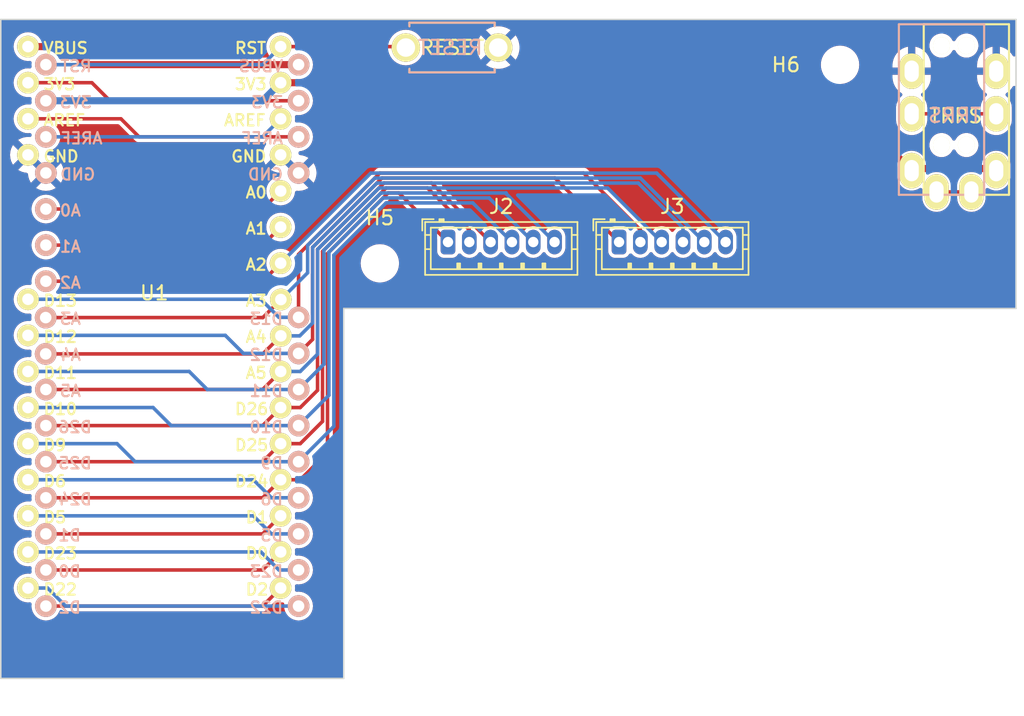
<source format=kicad_pcb>
(kicad_pcb (version 20221018) (generator pcbnew)
  (layers (0 "F.Cu" signal) (31 "B.Cu" signal) (34 "B.Paste" user) (35 "F.Paste" user) (36 "B.SilkS" user "B.Silkscreen") (37 "F.SilkS" user "F.Silkscreen") (38 "B.Mask" user) (39 "F.Mask" user) (44 "Edge.Cuts" user))
  (net 0 "")
  (net 1 "unconnected-(U1-D1-Pad14)")
  (net 2 "GND")
  (net 3 "unconnected-(U1-D0-Pad15)")
  (net 4 "unconnected-(J1-PadC)")
  (net 5 "+3.3V")
  (net 6 "unconnected-(J1-PadA)")
  (net 7 "unconnected-(U1-D2-Pad16)")
  (net 8 "COL0")
  (net 9 "COL1")
  (net 10 "COL2")
  (net 11 "COL3")
  (net 12 "COL4")
  (net 13 "COL5")
  (net 14 "COL6")
  (net 15 "RESET")
  (net 16 "ROW0")
  (net 17 "ROW1")
  (net 18 "ROW2")
  (net 19 "ROW3")
  (net 20 "ROW4")
  (net 21 "unconnected-(U1-AREF-Pad3)")
  (net 22 "unconnected-(U1-D22-Pad29)")
  (net 23 "RAW")
  (net 24 "unconnected-(U1-D+-Pad18)")
  (net 25 "unconnected-(U1-D--Pad19)")
  (net 26 "unconnected-(U1-D6-Pad26)")
  (net 27 "unconnected-(U1-D15-Pad6)")
  (net 28 "unconnected-(U1-D5-Pad27)")
  (net 29 "unconnected-(U1-D23-Pad28)")
  (net 30 "unconnected-(U1-D14-Pad5)")
  (footprint "0_Connector_JST:JST_ZH_B6B-ZR_1x06_P1.50mm_Vertical" (layer "F.Cu") (at 117.5275 -13.935)
    (fp_text reference "J3" (at 3.75 -2.5) (layer "F.SilkS"))
    (fp_text value "Conn_01x06_Socket")
    (fp_line (start -1.81 -1.61) (end -1.81 -0.81) (stroke (width 0.12)) (layer "F.SilkS"))
    (fp_line (start -1.61 -1.41) (end -1.61 2.31) (stroke (width 0.12)) (layer "F.SilkS"))
    (fp_line (start -1.61 -0.5) (end -1.21 -0.5) (stroke (width 0.12)) (layer "F.SilkS"))
    (fp_line (start -1.61 0.5) (end -1.21 0.5) (stroke (width 0.12)) (layer "F.SilkS"))
    (fp_line (start -1.61 2.31) (end 9.11 2.31) (stroke (width 0.12)) (layer "F.SilkS"))
    (fp_line (start -1.21 -1.01) (end -1.21 1.91) (stroke (width 0.12)) (layer "F.SilkS"))
    (fp_line (start -1.21 1.91) (end 8.71 1.91) (stroke (width 0.12)) (layer "F.SilkS"))
    (fp_line (start -1.01 -1.61) (end -1.81 -1.61) (stroke (width 0.12)) (layer "F.SilkS"))
    (fp_line (start -0.6 -1.61) (end -0.6 -1.41) (stroke (width 0.12)) (layer "F.SilkS"))
    (fp_line (start -0.3 -1.61) (end -0.6 -1.61) (stroke (width 0.12)) (layer "F.SilkS"))
    (fp_line (start -0.3 -1.51) (end -0.6 -1.51) (stroke (width 0.12)) (layer "F.SilkS"))
    (fp_line (start -0.3 -1.41) (end -0.3 -1.61) (stroke (width 0.12)) (layer "F.SilkS"))
    (fp_line (start 0.65 1.51) (end 0.85 1.51) (stroke (width 0.12)) (layer "F.SilkS"))
    (fp_line (start 0.65 1.91) (end 0.65 1.51) (stroke (width 0.12)) (layer "F.SilkS"))
    (fp_line (start 0.75 1.91) (end 0.75 1.51) (stroke (width 0.12)) (layer "F.SilkS"))
    (fp_line (start 0.85 1.51) (end 0.85 1.91) (stroke (width 0.12)) (layer "F.SilkS"))
    (fp_line (start 2.15 1.51) (end 2.35 1.51) (stroke (width 0.12)) (layer "F.SilkS"))
    (fp_line (start 2.15 1.91) (end 2.15 1.51) (stroke (width 0.12)) (layer "F.SilkS"))
    (fp_line (start 2.25 1.91) (end 2.25 1.51) (stroke (width 0.12)) (layer "F.SilkS"))
    (fp_line (start 2.35 1.51) (end 2.35 1.91) (stroke (width 0.12)) (layer "F.SilkS"))
    (fp_line (start 3.65 1.51) (end 3.85 1.51) (stroke (width 0.12)) (layer "F.SilkS"))
    (fp_line (start 3.65 1.91) (end 3.65 1.51) (stroke (width 0.12)) (layer "F.SilkS"))
    (fp_line (start 3.75 1.91) (end 3.75 1.51) (stroke (width 0.12)) (layer "F.SilkS"))
    (fp_line (start 3.85 1.51) (end 3.85 1.91) (stroke (width 0.12)) (layer "F.SilkS"))
    (fp_line (start 5.15 1.51) (end 5.35 1.51) (stroke (width 0.12)) (layer "F.SilkS"))
    (fp_line (start 5.15 1.91) (end 5.15 1.51) (stroke (width 0.12)) (layer "F.SilkS"))
    (fp_line (start 5.25 1.91) (end 5.25 1.51) (stroke (width 0.12)) (layer "F.SilkS"))
    (fp_line (start 5.35 1.51) (end 5.35 1.91) (stroke (width 0.12)) (layer "F.SilkS"))
    (fp_line (start 6.65 1.51) (end 6.85 1.51) (stroke (width 0.12)) (layer "F.SilkS"))
    (fp_line (start 6.65 1.91) (end 6.65 1.51) (stroke (width 0.12)) (layer "F.SilkS"))
    (fp_line (start 6.75 1.91) (end 6.75 1.51) (stroke (width 0.12)) (layer "F.SilkS"))
    (fp_line (start 6.85 1.51) (end 6.85 1.91) (stroke (width 0.12)) (layer "F.SilkS"))
    (fp_line (start 8.71 -1.01) (end -1.21 -1.01) (stroke (width 0.12)) (layer "F.SilkS"))
    (fp_line (start 8.71 1.91) (end 8.71 -1.01) (stroke (width 0.12)) (layer "F.SilkS"))
    (fp_line (start 9.11 -1.41) (end -1.61 -1.41) (stroke (width 0.12)) (layer "F.SilkS"))
    (fp_line (start 9.11 -0.5) (end 8.71 -0.5) (stroke (width 0.12)) (layer "F.SilkS"))
    (fp_line (start 9.11 0.5) (end 8.71 0.5) (stroke (width 0.12)) (layer "F.SilkS"))
    (fp_line (start 9.11 2.31) (end 9.11 -1.41) (stroke (width 0.12)) (layer "F.SilkS"))
    (pad "1" thru_hole roundrect (at 0 0) (size 1.03 1.73) (drill 0.73) (layers "*.Cu" "*.Mask") (roundrect_rratio 0.2427184466) (net 17 "ROW1"))
    (pad "2" thru_hole oval (at 1.5 0) (size 1.03 1.73) (drill 0.73) (layers "*.Cu" "*.Mask") (net 16 "ROW0"))
    (pad "3" thru_hole oval (at 3 0) (size 1.03 1.73) (drill 0.73) (layers "*.Cu" "*.Mask") (net 11 "COL3"))
    (pad "4" thru_hole oval (at 4.5 0) (size 1.03 1.73) (drill 0.73) (layers "*.Cu" "*.Mask") (net 12 "COL4"))
    (pad "5" thru_hole oval (at 6 0) (size 1.03 1.73) (drill 0.73) (layers "*.Cu" "*.Mask") (net 13 "COL5"))
    (pad "6" thru_hole oval (at 7.5 0) (size 1.03 1.73) (drill 0.73) (layers "*.Cu" "*.Mask") (net 14 "COL6"))
  )
  (footprint "MountingHole:MountingHole_2.2mm_M2" (layer "F.Cu") (at 133.08 -26.4085)
    (fp_text reference "H6" (at -3.81 0) (layer "F.SilkS"))
    (fp_text value "MountingHole")
    (pad "" np_thru_hole circle (at 0 0) (size 2.2 2.2) (drill 2.2) (layers "*.Cu" "*.Mask"))
  )
  (footprint "0_kbd:ResetSW" (layer "F.Cu") (at 105.775 -27.6225 180)
    (fp_text reference "RESET1" hide)
    (fp_text value "SW_PUSH")
    (fp_text user "RESET" (at 0.127 0 180) (layer "B.SilkS") (effects (justify mirror)))
    (fp_text user "RESET" (at 0 0 180) (layer "F.SilkS"))
    (fp_line (start -3 -1.75) (end 3 -1.75) (stroke (width 0.15)) (layer "B.SilkS"))
    (fp_line (start -3 -1.5) (end -3 -1.75) (stroke (width 0.15)) (layer "B.SilkS"))
    (fp_line (start -3 1.75) (end -3 1.5) (stroke (width 0.15)) (layer "B.SilkS"))
    (fp_line (start 3 -1.75) (end 3 -1.5) (stroke (width 0.15)) (layer "B.SilkS"))
    (fp_line (start 3 1.5) (end 3 1.75) (stroke (width 0.15)) (layer "B.SilkS"))
    (fp_line (start 3 1.75) (end -3 1.75) (stroke (width 0.15)) (layer "B.SilkS"))
    (fp_line (start -3 -1.75) (end -3 -1.5) (stroke (width 0.15)) (layer "F.SilkS"))
    (fp_line (start -3 -1.75) (end 3 -1.75) (stroke (width 0.15)) (layer "F.SilkS"))
    (fp_line (start -3 1.75) (end -3 1.5) (stroke (width 0.15)) (layer "F.SilkS"))
    (fp_line (start -3 1.75) (end 3 1.75) (stroke (width 0.15)) (layer "F.SilkS"))
    (fp_line (start 3 -1.75) (end 3 -1.5) (stroke (width 0.15)) (layer "F.SilkS"))
    (fp_line (start 3 1.75) (end 3 1.5) (stroke (width 0.15)) (layer "F.SilkS"))
    (pad "1" thru_hole circle (at 3.25 0 180) (size 2 2) (drill 1.3) (layers "*.Cu" "*.Mask" "F.SilkS") (net 15 "RESET"))
    (pad "2" thru_hole circle (at -3.25 0 180) (size 2 2) (drill 1.3) (layers "*.Cu" "*.Mask" "F.SilkS") (net 2 "GND"))
  )
  (footprint "MountingHole:MountingHole_2.2mm_M2" (layer "F.Cu") (at 100.695 -12.4385)
    (fp_text reference "H5" (at 0 -3.2) (layer "F.SilkS"))
    (fp_text value "MountingHole")
    (pad "" np_thru_hole circle (at 0 0) (size 2.2 2.2) (drill 2.2) (layers "*.Cu" "*.Mask"))
  )
  (footprint "0_ae_nrf52840:ae_nrf52840" (layer "F.Cu") (at 84.82 -8.5725)
    (fp_text reference "U1" (at 0 -1.778 unlocked) (layer "F.SilkS"))
    (fp_text value "~")
    (fp_text user "D11" (at 9.144 5.588 unlocked) (layer "B.SilkS") (effects (font (size 0.8 0.8)) (justify left bottom mirror)))
    (fp_text user "D24" (at -4.318 13.208 unlocked) (layer "B.SilkS") (effects (font (size 0.8 0.8)) (justify left bottom mirror)))
    (fp_text user "A3" (at -5.08 0.508 unlocked) (layer "B.SilkS") (effects (font (size 0.8 0.8)) (justify left bottom mirror)))
    (fp_text user "A4" (at -5.08 3.048 unlocked) (layer "B.SilkS") (effects (font (size 0.8 0.8)) (justify left bottom mirror)))
    (fp_text user "D13" (at 9.144 0.508 unlocked) (layer "B.SilkS") (effects (font (size 0.8 0.8)) (justify left bottom mirror)))
    (fp_text user "GND" (at -4.064 -9.652 unlocked) (layer "B.SilkS") (effects (font (size 0.8 0.8)) (justify left bottom mirror)))
    (fp_text user "D22" (at 9.144 20.828 unlocked) (layer "B.SilkS") (effects (font (size 0.8 0.8)) (justify left bottom mirror)))
    (fp_text user "D6" (at 9.144 13.208 unlocked) (layer "B.SilkS") (effects (font (size 0.8 0.8)) (justify left bottom mirror)))
    (fp_text user "D12" (at 9.144 3.048 unlocked) (layer "B.SilkS") (effects (font (size 0.8 0.8)) (justify left bottom mirror)))
    (fp_text user "D26" (at -4.318 8.128 unlocked) (layer "B.SilkS") (effects (font (size 0.8 0.8)) (justify left bottom mirror)))
    (fp_text user "AREF" (at 9.144 -12.192 unlocked) (layer "B.SilkS") (effects (font (size 0.8 0.8)) (justify left bottom mirror)))
    (fp_text user "D5" (at 9.144 15.748 unlocked) (layer "B.SilkS") (effects (font (size 0.8 0.8)) (justify left bottom mirror)))
    (fp_text user "D1" (at -5.08 15.748 unlocked) (layer "B.SilkS") (effects (font (size 0.8 0.8)) (justify left bottom mirror)))
    (fp_text user "A5" (at -5.08 5.588 unlocked) (layer "B.SilkS") (effects (font (size 0.8 0.8)) (justify left bottom mirror)))
    (fp_text user "RST" (at -4.318 -17.272 unlocked) (layer "B.SilkS") (effects (font (size 0.8 0.8)) (justify left bottom mirror)))
    (fp_text user "GND" (at 9.144 -9.652 unlocked) (layer "B.SilkS") (effects (font (size 0.8 0.8)) (justify left bottom mirror)))
    (fp_text user "D10" (at 9.144 8.128 unlocked) (layer "B.SilkS") (effects (font (size 0.8 0.8)) (justify left bottom mirror)))
    (fp_text user "A0" (at -5.08 -7.112 unlocked) (layer "B.SilkS") (effects (font (size 0.8 0.8)) (justify left bottom mirror)))
    (fp_text user "D2" (at -5.08 20.828 unlocked) (layer "B.SilkS") (effects (font (size 0.8 0.8)) (justify left bottom mirror)))
    (fp_text user "A1" (at -5.08 -4.572 unlocked) (layer "B.SilkS") (effects (font (size 0.8 0.8)) (justify left bottom mirror)))
    (fp_text user "3V3" (at -4.318 -14.732 unlocked) (layer "B.SilkS") (effects (font (size 0.8 0.8)) (justify left bottom mirror)))
    (fp_text user "A2" (at -5.08 -2.032 unlocked) (layer "B.SilkS") (effects (font (size 0.8 0.8)) (justify left bottom mirror)))
    (fp_text user "VBUS" (at 9.144 -17.272 unlocked) (layer "B.SilkS") (effects (font (size 0.8 0.8)) (justify left bottom mirror)))
    (fp_text user "D25" (at -4.318 10.668 unlocked) (layer "B.SilkS") (effects (font (size 0.8 0.8)) (justify left bottom mirror)))
    (fp_text user "3V3" (at 9.144 -14.732 unlocked) (layer "B.SilkS") (effects (font (size 0.8 0.8)) (justify left bottom mirror)))
    (fp_text user "AREF" (at -3.556 -12.192 unlocked) (layer "B.SilkS") (effects (font (size 0.8 0.8)) (justify left bottom mirror)))
    (fp_text user "D0" (at -5.08 18.288 unlocked) (layer "B.SilkS") (effects (font (size 0.8 0.8)) (justify left bottom mirror)))
    (fp_text user "D9" (at 9.144 10.668 unlocked) (layer "B.SilkS") (effects (font (size 0.8 0.8)) (justify left bottom mirror)))
    (fp_text user "D23" (at 9.144 18.288 unlocked) (layer "B.SilkS") (effects (font (size 0.8 0.8)) (justify left bottom mirror)))
    (fp_text user "D22" (at -7.874 19.558 unlocked) (layer "F.SilkS") (effects (font (size 0.8 0.8)) (justify left bottom)))
    (fp_text user "D9" (at -7.874 9.398 unlocked) (layer "F.SilkS") (effects (font (size 0.8 0.8)) (justify left bottom)))
    (fp_text user "AREF" (at 4.826 -13.462 unlocked) (layer "F.SilkS") (effects (font (size 0.8 0.8)) (justify left bottom)))
    (fp_text user "D13" (at -7.874 -0.762 unlocked) (layer "F.SilkS") (effects (font (size 0.8 0.8)) (justify left bottom)))
    (fp_text user "D26" (at 5.588 6.858 unlocked) (layer "F.SilkS") (effects (font (size 0.8 0.8)) (justify left bottom)))
    (fp_text user "A5" (at 6.35 4.318 unlocked) (layer "F.SilkS") (effects (font (size 0.8 0.8)) (justify left bottom)))
    (fp_text user "A1" (at 6.35 -5.842 unlocked) (layer "F.SilkS") (effects (font (size 0.8 0.8)) (justify left bottom)))
    (fp_text user "A4" (at 6.35 1.778 unlocked) (layer "F.SilkS") (effects (font (size 0.8 0.8)) (justify left bottom)))
    (fp_text user "A0" (at 6.35 -8.382 unlocked) (layer "F.SilkS") (effects (font (size 0.8 0.8)) (justify left bottom)))
    (fp_text user "A2" (at 6.35 -3.302 unlocked) (layer "F.SilkS") (effects (font (size 0.8 0.8)) (justify left bottom)))
    (fp_text user "GND" (at 5.334 -10.922 unlocked) (layer "F.SilkS") (effects (font (size 0.8 0.8)) (justify left bottom)))
    (fp_text user "AREF" (at -7.874 -13.462 unlocked) (layer "F.SilkS") (effects (font (size 0.8 0.8)) (justify left bottom)))
    (fp_text user "D11" (at -7.874 4.318 unlocked) (layer "F.SilkS") (effects (font (size 0.8 0.8)) (justify left bottom)))
    (fp_text user "D10" (at -7.874 6.858 unlocked) (layer "F.SilkS") (effects (font (size 0.8 0.8)) (justify left bottom)))
    (fp_text user "3V3" (at 5.588 -16.002 unlocked) (layer "F.SilkS") (effects (font (size 0.8 0.8)) (justify left bottom)))
    (fp_text user "D5" (at -7.874 14.478 unlocked) (layer "F.SilkS") (effects (font (size 0.8 0.8)) (justify left bottom)))
    (fp_text user "VBUS" (at -7.874 -18.542 unlocked) (layer "F.SilkS") (effects (font (size 0.8 0.8)) (justify left bottom)))
    (fp_text user "D0" (at 6.35 17.018 unlocked) (layer "F.SilkS") (effects (font (size 0.8 0.8)) (justify left bottom)))
    (fp_text user "D2" (at 6.35 19.558 unlocked) (layer "F.SilkS") (effects (font (size 0.8 0.8)) (justify left bottom)))
    (fp_text user "D6" (at -7.874 11.938 unlocked) (layer "F.SilkS") (effects (font (size 0.8 0.8)) (justify left bottom)))
    (fp_text user "D24" (at 5.588 11.938 unlocked) (layer "F.SilkS") (effects (font (size 0.8 0.8)) (justify left bottom)))
    (fp_text user "A3" (at 6.35 -0.762 unlocked) (layer "F.SilkS") (effects (font (size 0.8 0.8)) (justify left bottom)))
    (fp_text user "D23" (at -7.874 17.018 unlocked) (layer "F.SilkS") (effects (font (size 0.8 0.8)) (justify left bottom)))
    (fp_text user "3V3" (at -7.874 -16.002 unlocked) (layer "F.SilkS") (effects (font (size 0.8 0.8)) (justify left bottom)))
    (fp_text user "D12" (at -7.874 1.778 unlocked) (layer "F.SilkS") (effects (font (size 0.8 0.8)) (justify left bottom)))
    (fp_text user "D25" (at 5.588 9.398 unlocked) (layer "F.SilkS") (effects (font (size 0.8 0.8)) (justify left bottom)))
    (fp_text user "D1" (at 6.35 14.478 unlocked) (layer "F.SilkS") (effects (font (size 0.8 0.8)) (justify left bottom)))
    (fp_text user "GND" (at -7.874 -10.922 unlocked) (layer "F.SilkS") (effects (font (size 0.8 0.8)) (justify left bottom)))
    (fp_text user "RST" (at 5.588 -18.542 unlocked) (layer "F.SilkS") (effects (font (size 0.8 0.8)) (justify left bottom)))
    (pad "1" thru_hole circle (at -7.625 -17.846 180) (size 1.524 1.524) (drill 0.8128) (layers "*.Cu" "B.SilkS" "F.Mask") (net 15 "RESET"))
    (pad "1" thru_hole circle (at 8.895 -19.116 180) (size 1.524 1.524) (drill 0.8128) (layers "*.Cu" "F.SilkS" "B.Mask") (net 15 "RESET"))
    (pad "2" thru_hole circle (at -7.625 -15.306 180) (size 1.524 1.524) (drill 0.8128) (layers "*.Cu" "B.SilkS" "F.Mask") (net 5 "+3.3V"))
    (pad "2" thru_hole circle (at 8.895 -16.576 180) (size 1.524 1.524) (drill 0.8128) (layers "*.Cu" "F.SilkS" "B.Mask") (net 5 "+3.3V"))
    (pad "3" thru_hole circle (at -7.625 -12.766 180) (size 1.524 1.524) (drill 0.8128) (layers "*.Cu" "B.SilkS" "F.Mask") (net 21 "unconnected-(U1-AREF-Pad3)"))
    (pad "3" thru_hole circle (at 8.895 -14.036 180) (size 1.524 1.524) (drill 0.8128) (layers "*.Cu" "F.SilkS" "B.Mask") (net 21 "unconnected-(U1-AREF-Pad3)"))
    (pad "4" thru_hole circle (at -7.625 -10.226 180) (size 1.524 1.524) (drill 0.8128) (layers "*.Cu" "B.SilkS" "F.Mask") (net 2 "GND"))
    (pad "4" thru_hole circle (at 8.895 -11.496 180) (size 1.524 1.524) (drill 0.8128) (layers "*.Cu" "F.SilkS" "B.Mask") (net 2 "GND"))
    (pad "5" thru_hole circle (at -7.625 -7.686 180) (size 1.524 1.524) (drill 0.8128) (layers "*.Cu" "B.SilkS" "F.Mask") (net 30 "unconnected-(U1-D14-Pad5)"))
    (pad "5" thru_hole circle (at 8.895 -8.956 180) (size 1.524 1.524) (drill 0.8128) (layers "*.Cu" "F.SilkS" "B.Mask") (net 30 "unconnected-(U1-D14-Pad5)"))
    (pad "6" thru_hole circle (at -7.625 -5.146 180) (size 1.524 1.524) (drill 0.8128) (layers "*.Cu" "B.SilkS" "F.Mask") (net 27 "unconnected-(U1-D15-Pad6)"))
    (pad "6" thru_hole circle (at 8.895 -6.416 180) (size 1.524 1.524) (drill 0.8128) (layers "*.Cu" "F.SilkS" "B.Mask") (net 27 "unconnected-(U1-D15-Pad6)"))
    (pad "7" thru_hole circle (at -7.625 -2.606 180) (size 1.524 1.524) (drill 0.8128) (layers "*.Cu" "B.SilkS" "F.Mask") (net 14 "COL6"))
    (pad "7" thru_hole circle (at 8.895 -3.876 180) (size 1.524 1.524) (drill 0.8128) (layers "*.Cu" "F.SilkS" "B.Mask") (net 14 "COL6"))
    (pad "8" thru_hole circle (at -7.639608 -0.047089 180) (size 1.524 1.524) (drill 0.8128) (layers "*.Cu" "B.SilkS" "F.Mask") (net 13 "COL5"))
    (pad "8" thru_hole circle (at 8.909608 -1.317089 180) (size 1.524 1.524) (drill 0.8128) (layers "*.Cu" "F.SilkS" "B.Mask") (net 13 "COL5"))
    (pad "9" thru_hole circle (at -7.639608 2.50924 180) (size 1.524 1.524) (drill 0.8128) (layers "*.Cu" "B.SilkS" "F.Mask") (net 12 "COL4"))
    (pad "9" thru_hole circle (at 8.909608 1.23924 180) (size 1.524 1.524) (drill 0.8128) (layers "*.Cu" "F.SilkS" "B.Mask") (net 12 "COL4"))
    (pad "10" thru_hole circle (at -7.625 5.014 180) (size 1.524 1.524) (drill 0.8128) (layers "*.Cu" "B.SilkS" "F.Mask") (net 11 "COL3"))
    (pad "10" thru_hole circle (at 8.895 3.744 180) (size 1.524 1.524) (drill 0.8128) (layers "*.Cu" "F.SilkS" "B.Mask") (net 11 "COL3"))
    (pad "11" thru_hole circle (at -7.625 7.554 180) (size 1.524 1.524) (drill 0.8128) (layers "*.Cu" "B.SilkS" "F.Mask") (net 10 "COL2"))
    (pad "11" thru_hole circle (at 8.895 6.284 180) (size 1.524 1.524) (drill 0.8128) (layers "*.Cu" "F.SilkS" "B.Mask") (net 10 "COL2"))
    (pad "12" thru_hole circle (at -7.625 10.094 180) (size 1.524 1.524) (drill 0.8128) (layers "*.Cu" "B.SilkS" "F.Mask") (net 9 "COL1"))
    (pad "12" thru_hole circle (at 8.895 8.824 180) (size 1.524 1.524) (drill 0.8128) (layers "*.Cu" "F.SilkS" "B.Mask") (net 9 "COL1"))
    (pad "13" thru_hole circle (at -7.625 12.634 180) (size 1.524 1.524) (drill 0.8128) (layers "*.Cu" "B.SilkS" "F.Mask") (net 8 "COL0"))
    (pad "13" thru_hole circle (at 8.895 11.364 180) (size 1.524 1.524) (drill 0.8128) (layers "*.Cu" "F.SilkS" "B.Mask") (net 8 "COL0"))
    (pad "14" thru_hole circle (at -7.625 15.174 180) (size 1.524 1.524) (drill 0.8128) (layers "*.Cu" "B.SilkS" "F.Mask") (net 1 "unconnected-(U1-D1-Pad14)"))
    (pad "14" thru_hole circle (at 8.895 13.904 180) (size 1.524 1.524) (drill 0.8128) (layers "*.Cu" "F.SilkS" "B.Mask") (net 1 "unconnected-(U1-D1-Pad14)"))
    (pad "15" thru_hole circle (at -7.625 17.714 180) (size 1.524 1.524) (drill 0.8128) (layers "*.Cu" "B.SilkS" "F.Mask") (net 3 "unconnected-(U1-D0-Pad15)"))
    (pad "15" thru_hole circle (at 8.895 16.444 180) (size 1.524 1.524) (drill 0.8128) (layers "*.Cu" "F.SilkS" "B.Mask") (net 3 "unconnected-(U1-D0-Pad15)"))
    (pad "16" thru_hole circle (at -7.625 20.254 180) (size 1.524 1.524) (drill 0.8128) (layers "*.Cu" "B.SilkS" "F.Mask") (net 7 "unconnected-(U1-D2-Pad16)"))
    (pad "16" thru_hole circle (at 8.895 18.984 180) (size 1.524 1.524) (drill 0.8128) (layers "*.Cu" "F.SilkS" "B.Mask") (net 7 "unconnected-(U1-D2-Pad16)"))
    (pad "17" thru_hole circle (at -8.885 -19.116 180) (size 1.524 1.524) (drill 0.8128) (layers "*.Cu" "F.SilkS" "B.Mask") (net 23 "RAW"))
    (pad "17" thru_hole circle (at 10.155 -17.846 180) (size 1.524 1.524) (drill 0.8128) (layers "*.Cu" "B.SilkS" "F.Mask") (net 23 "RAW"))
    (pad "18" thru_hole circle (at -8.885 -16.576 180) (size 1.524 1.524) (drill 0.8128) (layers "*.Cu" "F.SilkS" "B.Mask") (net 24 "unconnected-(U1-D+-Pad18)"))
    (pad "18" thru_hole circle (at 10.155 -15.306 180) (size 1.524 1.524) (drill 0.8128) (layers "*.Cu" "B.SilkS" "F.Mask") (net 24 "unconnected-(U1-D+-Pad18)"))
    (pad "19" thru_hole circle (at -8.885 -14.036 180) (size 1.524 1.524) (drill 0.8128) (layers "*.Cu" "F.SilkS" "B.Mask") (net 25 "unconnected-(U1-D--Pad19)"))
    (pad "19" thru_hole circle (at 10.155 -12.766 180) (size 1.524 1.524) (drill 0.8128) (layers "*.Cu" "B.SilkS" "F.Mask") (net 25 "unconnected-(U1-D--Pad19)"))
    (pad "20" thru_hole circle (at -8.885 -11.496 180) (size 1.524 1.524) (drill 0.8128) (layers "*.Cu" "F.SilkS" "B.Mask") (net 2 "GND"))
    (pad "20" thru_hole circle (at 10.155 -10.226 180) (size 1.524 1.524) (drill 0.8128) (layers "*.Cu" "B.SilkS" "F.Mask") (net 2 "GND"))
    (pad "21" thru_hole circle (at -8.885 -1.336 180) (size 1.524 1.524) (drill 0.8128) (layers "*.Cu" "F.SilkS" "B.Mask") (net 16 "ROW0"))
    (pad "21" thru_hole circle (at 10.155 -0.066 180) (size 1.524 1.524) (drill 0.8128) (layers "*.Cu" "B.SilkS" "F.Mask") (net 16 "ROW0"))
    (pad "22" thru_hole circle (at -8.885 1.204 180) (size 1.524 1.524) (drill 0.8128) (layers "*.Cu" "F.SilkS" "B.Mask") (net 17 "ROW1"))
    (pad "22" thru_hole circle (at 10.155 2.474 180) (size 1.524 1.524) (drill 0.8128) (layers "*.Cu" "B.SilkS" "F.Mask") (net 17 "ROW1"))
    (pad "23" thru_hole circle (at -8.885 3.744 180) (size 1.524 1.524) (drill 0.8128) (layers "*.Cu" "F.SilkS" "B.Mask") (net 18 "ROW2"))
    (pad "23" thru_hole circle (at 10.155 5.014 180) (size 1.524 1.524) (drill 0.8128) (layers "*.Cu" "B.SilkS" "F.Mask") (net 18 "ROW2"))
    (pad "24" thru_hole circle (at -8.885 6.284 180) (size 1.524 1.524) (drill 0.8128) (layers "*.Cu" "F.SilkS" "B.Mask") (net 19 "ROW3"))
    (pad "24" thru_hole circle (at 10.155 7.554 180) (size 1.524 1.524) (drill 0.8128) (layers "*.Cu" "B.SilkS" "F.Mask") (net 19 "ROW3"))
    (pad "25" thru_hole circle (at -8.885 8.824 180) (size 1.524 1.524) (drill 0.8128) (layers "*.Cu" "F.SilkS" "B.Mask") (net 20 "ROW4"))
    (pad "25" thru_hole circle (at 10.155 10.094 180) (size 1.524 1.524) (drill 0.8128) (layers "*.Cu" "B.SilkS" "F.Mask") (net 20 "ROW4"))
    (pad "26" thru_hole circle (at -8.885 11.364 180) (size 1.524 1.524) (drill 0.8128) (layers "*.Cu" "F.SilkS" "B.Mask") (net 26 "unconnected-(U1-D6-Pad26)"))
    (pad "26" thru_hole circle (at 10.155 12.634 180) (size 1.524 1.524) (drill 0.8128) (layers "*.Cu" "B.SilkS" "F.Mask") (net 26 "unconnected-(U1-D6-Pad26)"))
    (pad "27" thru_hole circle (at -8.885 13.904 180) (size 1.524 1.524) (drill 0.8128) (layers "*.Cu" "F.SilkS" "B.Mask") (net 28 "unconnected-(U1-D5-Pad27)"))
    (pad "27" thru_hole circle (at 10.155 15.174 180) (size 1.524 1.524) (drill 0.8128) (layers "*.Cu" "B.SilkS" "F.Mask") (net 28 "unconnected-(U1-D5-Pad27)"))
    (pad "28" thru_hole circle (at -8.885 16.444 180) (size 1.524 1.524) (drill 0.8128) (layers "*.Cu" "F.SilkS" "B.Mask") (net 29 "unconnected-(U1-D23-Pad28)"))
    (pad "28" thru_hole circle (at 10.155 17.714 180) (size 1.524 1.524) (drill 0.8128) (layers "*.Cu" "B.SilkS" "F.Mask") (net 29 "unconnected-(U1-D23-Pad28)"))
    (pad "29" thru_hole circle (at -8.885 18.984 180) (size 1.524 1.524) (drill 0.8128) (layers "*.Cu" "F.SilkS" "B.Mask") (net 22 "unconnected-(U1-D22-Pad29)"))
    (pad "29" thru_hole circle (at 10.155 20.254 180) (size 1.524 1.524) (drill 0.8128) (layers "*.Cu" "B.SilkS" "F.Mask") (net 22 "unconnected-(U1-D22-Pad29)"))
  )
  (footprint "0_kbd:MJ-4PP-9" (layer "F.Cu") (at 141.97 -29.26)
    (fp_text reference "J1")
    (fp_text value "MJ-4PP-9" hide)
    (fp_text user "TRRS" (at -0.8255 6.4135) (layer "B.SilkS") (effects (justify mirror)))
    (fp_text user "TRRS" (at -0.75 6.45) (layer "F.SilkS"))
    (fp_line (start -4.75 0) (end 1.25 0) (stroke (width 0.15)) (layer "B.SilkS"))
    (fp_line (start -4.75 12) (end -4.75 0) (stroke (width 0.15)) (layer "B.SilkS"))
    (fp_line (start 1.25 0) (end 1.25 12) (stroke (width 0.15)) (layer "B.SilkS"))
    (fp_line (start 1.25 12) (end -4.75 12) (stroke (width 0.15)) (layer "B.SilkS"))
    (fp_line (start -3 0) (end 3 0) (stroke (width 0.15)) (layer "F.SilkS"))
    (fp_line (start -3 12) (end -3 0) (stroke (width 0.15)) (layer "F.SilkS"))
    (fp_line (start 3 0) (end 3 12) (stroke (width 0.15)) (layer "F.SilkS"))
    (fp_line (start 3 12) (end -3 12) (stroke (width 0.15)) (layer "F.SilkS"))
    (pad "" np_thru_hole circle (at -1.75 1.5) (size 1.2 1.2) (drill 1.2) (layers "*.Cu" "*.Mask" "F.SilkS"))
    (pad "" np_thru_hole circle (at -1.75 8.5) (size 1.2 1.2) (drill 1.2) (layers "*.Cu" "*.Mask" "F.SilkS"))
    (pad "" np_thru_hole circle (at 0 1.5) (size 1.2 1.2) (drill 1.2) (layers "*.Cu" "*.Mask" "F.SilkS"))
    (pad "" np_thru_hole circle (at 0 8.5) (size 1.2 1.2) (drill 1.2) (layers "*.Cu" "*.Mask" "F.SilkS"))
    (pad "A" thru_hole oval (at -2.1 11.8) (size 1.7 2.5) (drill oval 1 1.5) (layers "*.Cu" "*.Mask" "F.SilkS") (net 6 "unconnected-(J1-PadA)") (clearance 0.15))
    (pad "A" thru_hole oval (at 0.35 11.8) (size 1.7 2.5) (drill oval 1 1.5) (layers "*.Cu" "*.Mask" "F.SilkS") (net 6 "unconnected-(J1-PadA)") (clearance 0.15))
    (pad "B" thru_hole oval (at -3.85 3.3) (size 1.7 2.5) (drill oval 1 1.5) (layers "*.Cu" "*.Mask" "F.SilkS") (net 2 "GND"))
    (pad "B" thru_hole oval (at 2.1 3.3) (size 1.7 2.5) (drill oval 1 1.5) (layers "*.Cu" "*.Mask" "F.SilkS") (net 2 "GND"))
    (pad "C" thru_hole oval (at -3.85 6.3) (size 1.7 2.5) (drill oval 1 1.5) (layers "*.Cu" "*.Mask" "F.SilkS") (net 4 "unconnected-(J1-PadC)"))
    (pad "C" thru_hole oval (at 2.1 6.3) (size 1.7 2.5) (drill oval 1 1.5) (layers "*.Cu" "*.Mask" "F.SilkS") (net 4 "unconnected-(J1-PadC)"))
    (pad "D" thru_hole oval (at -3.85 10.3) (size 1.7 2.5) (drill oval 1 1.5) (layers "*.Cu" "*.Mask" "F.SilkS") (net 5 "+3.3V") (clearance 0.15))
    (pad "D" thru_hole oval (at 2.1 10.3) (size 1.7 2.5) (drill oval 1 1.5) (layers "*.Cu" "*.Mask" "F.SilkS") (net 5 "+3.3V") (clearance 0.15))
  )
  (footprint "0_Connector_JST:JST_ZH_B6B-ZR_1x06_P1.50mm_Vertical" (layer "F.Cu") (at 105.49 -13.935)
    (fp_text reference "J2" (at 3.75 -2.5) (layer "F.SilkS"))
    (fp_text value "Conn_01x06_Socket")
    (fp_line (start -1.81 -1.61) (end -1.81 -0.81) (stroke (width 0.12)) (layer "F.SilkS"))
    (fp_line (start -1.61 -1.41) (end -1.61 2.31) (stroke (width 0.12)) (layer "F.SilkS"))
    (fp_line (start -1.61 -0.5) (end -1.21 -0.5) (stroke (width 0.12)) (layer "F.SilkS"))
    (fp_line (start -1.61 0.5) (end -1.21 0.5) (stroke (width 0.12)) (layer "F.SilkS"))
    (fp_line (start -1.61 2.31) (end 9.11 2.31) (stroke (width 0.12)) (layer "F.SilkS"))
    (fp_line (start -1.21 -1.01) (end -1.21 1.91) (stroke (width 0.12)) (layer "F.SilkS"))
    (fp_line (start -1.21 1.91) (end 8.71 1.91) (stroke (width 0.12)) (layer "F.SilkS"))
    (fp_line (start -1.01 -1.61) (end -1.81 -1.61) (stroke (width 0.12)) (layer "F.SilkS"))
    (fp_line (start -0.6 -1.61) (end -0.6 -1.41) (stroke (width 0.12)) (layer "F.SilkS"))
    (fp_line (start -0.3 -1.61) (end -0.6 -1.61) (stroke (width 0.12)) (layer "F.SilkS"))
    (fp_line (start -0.3 -1.51) (end -0.6 -1.51) (stroke (width 0.12)) (layer "F.SilkS"))
    (fp_line (start -0.3 -1.41) (end -0.3 -1.61) (stroke (width 0.12)) (layer "F.SilkS"))
    (fp_line (start 0.65 1.51) (end 0.85 1.51) (stroke (width 0.12)) (layer "F.SilkS"))
    (fp_line (start 0.65 1.91) (end 0.65 1.51) (stroke (width 0.12)) (layer "F.SilkS"))
    (fp_line (start 0.75 1.91) (end 0.75 1.51) (stroke (width 0.12)) (layer "F.SilkS"))
    (fp_line (start 0.85 1.51) (end 0.85 1.91) (stroke (width 0.12)) (layer "F.SilkS"))
    (fp_line (start 2.15 1.51) (end 2.35 1.51) (stroke (width 0.12)) (layer "F.SilkS"))
    (fp_line (start 2.15 1.91) (end 2.15 1.51) (stroke (width 0.12)) (layer "F.SilkS"))
    (fp_line (start 2.25 1.91) (end 2.25 1.51) (stroke (width 0.12)) (layer "F.SilkS"))
    (fp_line (start 2.35 1.51) (end 2.35 1.91) (stroke (width 0.12)) (layer "F.SilkS"))
    (fp_line (start 3.65 1.51) (end 3.85 1.51) (stroke (width 0.12)) (layer "F.SilkS"))
    (fp_line (start 3.65 1.91) (end 3.65 1.51) (stroke (width 0.12)) (layer "F.SilkS"))
    (fp_line (start 3.75 1.91) (end 3.75 1.51) (stroke (width 0.12)) (layer "F.SilkS"))
    (fp_line (start 3.85 1.51) (end 3.85 1.91) (stroke (width 0.12)) (layer "F.SilkS"))
    (fp_line (start 5.15 1.51) (end 5.35 1.51) (stroke (width 0.12)) (layer "F.SilkS"))
    (fp_line (start 5.15 1.91) (end 5.15 1.51) (stroke (width 0.12)) (layer "F.SilkS"))
    (fp_line (start 5.25 1.91) (end 5.25 1.51) (stroke (width 0.12)) (layer "F.SilkS"))
    (fp_line (start 5.35 1.51) (end 5.35 1.91) (stroke (width 0.12)) (layer "F.SilkS"))
    (fp_line (start 6.65 1.51) (end 6.85 1.51) (stroke (width 0.12)) (layer "F.SilkS"))
    (fp_line (start 6.65 1.91) (end 6.65 1.51) (stroke (width 0.12)) (layer "F.SilkS"))
    (fp_line (start 6.75 1.91) (end 6.75 1.51) (stroke (width 0.12)) (layer "F.SilkS"))
    (fp_line (start 6.85 1.51) (end 6.85 1.91) (stroke (width 0.12)) (layer "F.SilkS"))
    (fp_line (start 8.71 -1.01) (end -1.21 -1.01) (stroke (width 0.12)) (layer "F.SilkS"))
    (fp_line (start 8.71 1.91) (end 8.71 -1.01) (stroke (width 0.12)) (layer "F.SilkS"))
    (fp_line (start 9.11 -1.41) (end -1.61 -1.41) (stroke (width 0.12)) (layer "F.SilkS"))
    (fp_line (start 9.11 -0.5) (end 8.71 -0.5) (stroke (width 0.12)) (layer "F.SilkS"))
    (fp_line (start 9.11 0.5) (end 8.71 0.5) (stroke (width 0.12)) (layer "F.SilkS"))
    (fp_line (start 9.11 2.31) (end 9.11 -1.41) (stroke (width 0.12)) (layer "F.SilkS"))
    (pad "1" thru_hole roundrect (at 0 0) (size 1.03 1.73) (drill 0.73) (layers "*.Cu" "*.Mask") (roundrect_rratio 0.2427184466) (net 8 "COL0"))
    (pad "2" thru_hole oval (at 1.5 0) (size 1.03 1.73) (drill 0.73) (layers "*.Cu" "*.Mask") (net 9 "COL1"))
    (pad "3" thru_hole oval (at 3 0) (size 1.03 1.73) (drill 0.73) (layers "*.Cu" "*.Mask") (net 10 "COL2"))
    (pad "4" thru_hole oval (at 4.5 0) (size 1.03 1.73) (drill 0.73) (layers "*.Cu" "*.Mask") (net 20 "ROW4"))
    (pad "5" thru_hole oval (at 6 0) (size 1.03 1.73) (drill 0.73) (layers "*.Cu" "*.Mask") (net 19 "ROW3"))
    (pad "6" thru_hole oval (at 7.5 0) (size 1.03 1.73) (drill 0.73) (layers "*.Cu" "*.Mask") (net 18 "ROW2"))
  )
  (gr_line (start 98.155 -9.2635) (end 145.4625 -9.2635) (stroke (width 0.1)) (layer "Edge.Cuts"))
  (gr_line (start 74.025 16.7715) (end 74.025 -29.5985) (stroke (width 0.1)) (layer "Edge.Cuts"))
  (gr_line (start 98.155 16.7715) (end 98.155 -9.2635) (stroke (width 0.1)) (layer "Edge.Cuts"))
  (gr_line (start 74.025 16.7715) (end 98.155 16.7715) (stroke (width 0.1)) (layer "Edge.Cuts"))
  (gr_line (start 145.4625 -9.2635) (end 145.4625 -29.5985) (stroke (width 0.1)) (layer "Edge.Cuts"))
  (gr_line (start 74.025 -29.5985) (end 145.4625 -29.5985) (stroke (width 0.1)) (layer "Edge.Cuts"))
  (segment (start 77.195 6.6015) (end 92.445 6.6015) (width 0.25) (layer "F.Cu") (net 1))
  (segment (start 92.445 6.6015) (end 93.715 5.3315) (width 0.25) (layer "F.Cu") (net 1))
  (segment (start 92.445 9.1415) (end 93.715 7.8715) (width 0.25) (layer "F.Cu") (net 3))
  (segment (start 77.195 9.1415) (end 92.445 9.1415) (width 0.25) (layer "F.Cu") (net 3))
  (segment (start 138.12 -22.96) (end 144.07 -22.96) (width 0.25) (layer "F.Cu") (net 4))
  (segment (start 138.12 -18.96) (end 131.9315 -25.1485) (width 0.5) (layer "F.Cu") (net 5))
  (segment (start 131.9315 -25.1485) (end 93.715 -25.1485) (width 0.5) (layer "F.Cu") (net 5))
  (segment (start 138.268753 -19.108753) (end 138.12 -18.96) (width 0.5) (layer "F.Cu") (net 5))
  (segment (start 144.07 -18.96) (end 143.921247 -19.108753) (width 0.5) (layer "F.Cu") (net 5))
  (segment (start 143.921247 -19.108753) (end 138.268753 -19.108753) (width 0.5) (layer "F.Cu") (net 5))
  (segment (start 77.195 -23.8785) (end 92.445 -23.8785) (width 0.5) (layer "B.Cu") (net 5))
  (segment (start 92.445 -23.8785) (end 93.715 -25.1485) (width 0.5) (layer "B.Cu") (net 5))
  (segment (start 142.32 -17.46) (end 139.87 -17.46) (width 0.25) (layer "F.Cu") (net 6))
  (segment (start 77.195 11.6815) (end 92.445 11.6815) (width 0.25) (layer "F.Cu") (net 7))
  (segment (start 92.445 11.6815) (end 93.715 10.4115) (width 0.25) (layer "F.Cu") (net 7))
  (segment (start 92.445 4.0615) (end 93.715 2.7915) (width 0.25) (layer "F.Cu") (net 8))
  (segment (start 97.012 0.873554) (end 97.012 -13.125604) (width 0.25) (layer "F.Cu") (net 8))
  (segment (start 95.094054 2.7915) (end 97.012 0.873554) (width 0.25) (layer "F.Cu") (net 8))
  (segment (start 93.715 2.7915) (end 95.094054 2.7915) (width 0.25) (layer "F.Cu") (net 8))
  (segment (start 102.0365 -17.3885) (end 105.49 -13.935) (width 0.25) (layer "F.Cu") (net 8))
  (segment (start 77.195 4.0615) (end 92.445 4.0615) (width 0.25) (layer "F.Cu") (net 8))
  (segment (start 97.012 -13.125604) (end 101.274896 -17.3885) (width 0.25) (layer "F.Cu") (net 8))
  (segment (start 101.274896 -17.3885) (end 102.0365 -17.3885) (width 0.25) (layer "F.Cu") (net 8))
  (segment (start 93.715 0.2515) (end 95.094054 0.2515) (width 0.25) (layer "F.Cu") (net 9))
  (segment (start 95.094054 0.2515) (end 96.662 -1.316446) (width 0.25) (layer "F.Cu") (net 9))
  (segment (start 104.047895 -17.7385) (end 106.99 -14.796395) (width 0.25) (layer "F.Cu") (net 9))
  (segment (start 96.662 -1.316446) (end 96.662 -13.270578) (width 0.25) (layer "F.Cu") (net 9))
  (segment (start 101.129922 -17.7385) (end 104.047895 -17.7385) (width 0.25) (layer "F.Cu") (net 9))
  (segment (start 96.662 -13.270578) (end 101.129922 -17.7385) (width 0.25) (layer "F.Cu") (net 9))
  (segment (start 106.99 -14.796395) (end 106.99 -13.935) (width 0.25) (layer "F.Cu") (net 9))
  (segment (start 92.445 1.5215) (end 93.715 0.2515) (width 0.25) (layer "F.Cu") (net 9))
  (segment (start 77.195 1.5215) (end 92.445 1.5215) (width 0.25) (layer "F.Cu") (net 9))
  (segment (start 95.094054 -2.2885) (end 96.312 -3.506446) (width 0.25) (layer "F.Cu") (net 10))
  (segment (start 77.195 -1.0185) (end 92.445 -1.0185) (width 0.25) (layer "F.Cu") (net 10))
  (segment (start 104.3365 -18.0885) (end 108.49 -13.935) (width 0.25) (layer "F.Cu") (net 10))
  (segment (start 93.715 -2.2885) (end 95.094054 -2.2885) (width 0.25) (layer "F.Cu") (net 10))
  (segment (start 92.445 -1.0185) (end 93.715 -2.2885) (width 0.25) (layer "F.Cu") (net 10))
  (segment (start 96.312 -3.506446) (end 96.312 -13.415552) (width 0.25) (layer "F.Cu") (net 10))
  (segment (start 96.312 -13.415552) (end 100.984948 -18.0885) (width 0.25) (layer "F.Cu") (net 10))
  (segment (start 100.984948 -18.0885) (end 104.3365 -18.0885) (width 0.25) (layer "F.Cu") (net 10))
  (segment (start 77.195 -3.5585) (end 92.445 -3.5585) (width 0.25) (layer "F.Cu") (net 11))
  (segment (start 92.445 -3.5585) (end 93.715 -4.8285) (width 0.25) (layer "F.Cu") (net 11))
  (segment (start 93.715 -4.8285) (end 95.094054 -4.8285) (width 0.25) (layer "B.Cu") (net 11))
  (segment (start 95.094054 -4.8285) (end 96.315 -6.049446) (width 0.25) (layer "B.Cu") (net 11))
  (segment (start 100.634948 -17.7385) (end 116.724 -17.7385) (width 0.25) (layer "B.Cu") (net 11))
  (segment (start 116.724 -17.7385) (end 120.5275 -13.935) (width 0.25) (layer "B.Cu") (net 11))
  (segment (start 96.315 -13.418552) (end 100.634948 -17.7385) (width 0.25) (layer "B.Cu") (net 11))
  (segment (start 96.315 -6.049446) (end 96.315 -13.418552) (width 0.25) (layer "B.Cu") (net 11))
  (segment (start 77.180392 -6.06326) (end 92.459608 -6.06326) (width 0.25) (layer "F.Cu") (net 12))
  (segment (start 92.459608 -6.06326) (end 93.729608 -7.33326) (width 0.25) (layer "F.Cu") (net 12))
  (segment (start 122.0275 -14.940026) (end 122.0275 -13.935) (width 0.25) (layer "B.Cu") (net 12))
  (segment (start 95.965 -8.239446) (end 95.965 -13.563526) (width 0.25) (layer "B.Cu") (net 12))
  (segment (start 118.879026 -18.0885) (end 122.0275 -14.940026) (width 0.25) (layer "B.Cu") (net 12))
  (segment (start 93.729608 -7.33326) (end 95.058814 -7.33326) (width 0.25) (layer "B.Cu") (net 12))
  (segment (start 95.058814 -7.33326) (end 95.965 -8.239446) (width 0.25) (layer "B.Cu") (net 12))
  (segment (start 100.489974 -18.0885) (end 118.879026 -18.0885) (width 0.25) (layer "B.Cu") (net 12))
  (segment (start 95.965 -13.563526) (end 100.489974 -18.0885) (width 0.25) (layer "B.Cu") (net 12))
  (segment (start 92.459608 -8.619589) (end 93.729608 -9.889589) (width 0.25) (layer "F.Cu") (net 13))
  (segment (start 77.180392 -8.619589) (end 92.459608 -8.619589) (width 0.25) (layer "F.Cu") (net 13))
  (segment (start 100.345 -18.4385) (end 119.024 -18.4385) (width 0.25) (layer "B.Cu") (net 13))
  (segment (start 119.024 -18.4385) (end 123.5275 -13.935) (width 0.25) (layer "B.Cu") (net 13))
  (segment (start 95.615 -11.774981) (end 95.615 -13.7085) (width 0.25) (layer "B.Cu") (net 13))
  (segment (start 95.615 -13.7085) (end 100.345 -18.4385) (width 0.25) (layer "B.Cu") (net 13))
  (segment (start 93.729608 -9.889589) (end 95.615 -11.774981) (width 0.25) (layer "B.Cu") (net 13))
  (segment (start 77.195 -11.1785) (end 92.445 -11.1785) (width 0.25) (layer "F.Cu") (net 14))
  (segment (start 92.445 -11.1785) (end 93.715 -12.4485) (width 0.25) (layer "F.Cu") (net 14))
  (segment (start 93.715 -12.4485) (end 100.055 -18.7885) (width 0.25) (layer "B.Cu") (net 14))
  (segment (start 120.174 -18.7885) (end 125.0275 -13.935) (width 0.25) (layer "B.Cu") (net 14))
  (segment (start 100.055 -18.7885) (end 120.174 -18.7885) (width 0.25) (layer "B.Cu") (net 14))
  (segment (start 93.715 -27.6885) (end 102.459 -27.6885) (width 0.25) (layer "F.Cu") (net 15))
  (segment (start 102.459 -27.6885) (end 102.525 -27.6225) (width 0.25) (layer "F.Cu") (net 15))
  (segment (start 77.195 -26.4185) (end 92.445 -26.4185) (width 0.25) (layer "B.Cu") (net 15))
  (segment (start 92.445 -26.4185) (end 93.715 -27.6885) (width 0.25) (layer "B.Cu") (net 15))
  (segment (start 115.035395 -18.7885) (end 119.0275 -14.796395) (width 0.25) (layer "F.Cu") (net 16))
  (segment (start 94.975 -13.0685) (end 100.695 -18.7885) (width 0.25) (layer "F.Cu") (net 16))
  (segment (start 100.695 -18.7885) (end 115.035395 -18.7885) (width 0.25) (layer "F.Cu") (net 16))
  (segment (start 94.975 -8.6385) (end 94.975 -13.0685) (width 0.25) (layer "F.Cu") (net 16))
  (segment (start 119.0275 -14.796395) (end 119.0275 -13.935) (width 0.25) (layer "F.Cu") (net 16))
  (segment (start 92.321643 -9.9085) (end 93.591643 -8.6385) (width 0.25) (layer "B.Cu") (net 16))
  (segment (start 93.591643 -8.6385) (end 94.975 -8.6385) (width 0.25) (layer "B.Cu") (net 16))
  (segment (start 75.935 -9.9085) (end 92.321643 -9.9085) (width 0.25) (layer "B.Cu") (net 16))
  (segment (start 95.962 -13.560526) (end 100.839974 -18.4385) (width 0.25) (layer "F.Cu") (net 17))
  (segment (start 113.024 -18.4385) (end 117.5275 -13.935) (width 0.25) (layer "F.Cu") (net 17))
  (segment (start 100.839974 -18.4385) (end 113.024 -18.4385) (width 0.25) (layer "F.Cu") (net 17))
  (segment (start 95.962 -7.0855) (end 95.962 -13.560526) (width 0.25) (layer "F.Cu") (net 17))
  (segment (start 94.975 -6.0985) (end 95.962 -7.0855) (width 0.25) (layer "F.Cu") (net 17))
  (segment (start 75.935 -7.3685) (end 89.819465 -7.3685) (width 0.25) (layer "B.Cu") (net 17))
  (segment (start 91.089465 -6.0985) (end 94.975 -6.0985) (width 0.25) (layer "B.Cu") (net 17))
  (segment (start 89.819465 -7.3685) (end 91.089465 -6.0985) (width 0.25) (layer "B.Cu") (net 17))
  (segment (start 87.279465 -4.8285) (end 88.549465 -3.5585) (width 0.25) (layer "B.Cu") (net 18))
  (segment (start 96.76 -5.3435) (end 96.76 -13.368578) (width 0.25) (layer "B.Cu") (net 18))
  (segment (start 94.975 -3.5585) (end 96.76 -5.3435) (width 0.25) (layer "B.Cu") (net 18))
  (segment (start 96.76 -13.368578) (end 100.779922 -17.3885) (width 0.25) (layer "B.Cu") (net 18))
  (segment (start 75.935 -4.8285) (end 87.279465 -4.8285) (width 0.25) (layer "B.Cu") (net 18))
  (segment (start 109.585 -17.34) (end 112.99 -13.935) (width 0.25) (layer "B.Cu") (net 18))
  (segment (start 100.779922 -17.3885) (end 109.585 -17.3885) (width 0.25) (layer "B.Cu") (net 18))
  (segment (start 88.549465 -3.5585) (end 94.975 -3.5585) (width 0.25) (layer "B.Cu") (net 18))
  (segment (start 109.585 -17.3885) (end 109.585 -17.34) (width 0.25) (layer "B.Cu") (net 18))
  (segment (start 97.11 -13.223604) (end 100.924896 -17.0385) (width 0.25) (layer "B.Cu") (net 19))
  (segment (start 86.009465 -1.0185) (end 94.975 -1.0185) (width 0.25) (layer "B.Cu") (net 19))
  (segment (start 84.739465 -2.2885) (end 86.009465 -1.0185) (width 0.25) (layer "B.Cu") (net 19))
  (segment (start 100.924896 -17.0385) (end 108.3865 -17.0385) (width 0.25) (layer "B.Cu") (net 19))
  (segment (start 108.3865 -17.0385) (end 111.49 -13.935) (width 0.25) (layer "B.Cu") (net 19))
  (segment (start 94.975 -1.0185) (end 97.11 -3.1535) (width 0.25) (layer "B.Cu") (net 19))
  (segment (start 75.935 -2.2885) (end 84.739465 -2.2885) (width 0.25) (layer "B.Cu") (net 19))
  (segment (start 97.11 -3.1535) (end 97.11 -13.223604) (width 0.25) (layer "B.Cu") (net 19))
  (segment (start 94.975 1.5215) (end 97.46 -0.9635) (width 0.25) (layer "B.Cu") (net 20))
  (segment (start 82.199465 0.2515) (end 83.469465 1.5215) (width 0.25) (layer "B.Cu") (net 20))
  (segment (start 83.469465 1.5215) (end 94.975 1.5215) (width 0.25) (layer "B.Cu") (net 20))
  (segment (start 75.935 0.2515) (end 82.199465 0.2515) (width 0.25) (layer "B.Cu") (net 20))
  (segment (start 107.2365 -16.6885) (end 109.99 -13.935) (width 0.25) (layer "B.Cu") (net 20))
  (segment (start 101.135 -16.6885) (end 107.2365 -16.6885) (width 0.25) (layer "B.Cu") (net 20))
  (segment (start 97.46 -0.9635) (end 97.46 -13.0135) (width 0.25) (layer "B.Cu") (net 20))
  (segment (start 97.46 -13.0135) (end 101.135 -16.6885) (width 0.25) (layer "B.Cu") (net 20))
  (segment (start 77.195 -21.3385) (end 92.445 -21.3385) (width 0.25) (layer "B.Cu") (net 21))
  (segment (start 92.445 -21.3385) (end 93.715 -22.6085) (width 0.25) (layer "B.Cu") (net 21))
  (segment (start 78.584054 11.6815) (end 94.975 11.6815) (width 0.25) (layer "B.Cu") (net 22))
  (segment (start 75.935 10.4115) (end 77.314054 10.4115) (width 0.25) (layer "B.Cu") (net 22))
  (segment (start 77.314054 10.4115) (end 78.584054 11.6815) (width 0.25) (layer "B.Cu") (net 22))
  (segment (start 79.973 -26.4185) (end 94.975 -26.4185) (width 0.5) (layer "F.Cu") (net 23))
  (segment (start 78.703 -27.6885) (end 79.973 -26.4185) (width 0.5) (layer "F.Cu") (net 23))
  (segment (start 75.935 -27.6885) (end 78.703 -27.6885) (width 0.5) (layer "F.Cu") (net 23))
  (segment (start 75.935 -25.1485) (end 80.429828 -25.1485) (width 0.25) (layer "F.Cu") (net 24))
  (segment (start 81.699828 -23.8785) (end 94.975 -23.8785) (width 0.25) (layer "F.Cu") (net 24))
  (segment (start 80.429828 -25.1485) (end 81.699828 -23.8785) (width 0.25) (layer "F.Cu") (net 24))
  (segment (start 82.474854 -22.6085) (end 83.744854 -21.3385) (width 0.25) (layer "F.Cu") (net 25))
  (segment (start 75.935 -22.6085) (end 82.474854 -22.6085) (width 0.25) (layer "F.Cu") (net 25))
  (segment (start 83.744854 -21.3385) (end 94.975 -21.3385) (width 0.25) (layer "F.Cu") (net 25))
  (segment (start 91.795 2.7915) (end 93.065 4.0615) (width 0.25) (layer "B.Cu") (net 26))
  (segment (start 75.935 2.7915) (end 91.795 2.7915) (width 0.25) (layer "B.Cu") (net 26))
  (segment (start 93.065 4.0615) (end 94.975 4.0615) (width 0.25) (layer "B.Cu") (net 26))
  (segment (start 77.195 -13.7185) (end 92.445 -13.7185) (width 0.25) (layer "F.Cu") (net 27))
  (segment (start 92.445 -13.7185) (end 93.715 -14.9885) (width 0.25) (layer "F.Cu") (net 27))
  (segment (start 93.065 6.6015) (end 94.975 6.6015) (width 0.25) (layer "B.Cu") (net 28))
  (segment (start 75.935 5.3315) (end 91.795 5.3315) (width 0.25) (layer "B.Cu") (net 28))
  (segment (start 91.795 5.3315) (end 93.065 6.6015) (width 0.25) (layer "B.Cu") (net 28))
  (segment (start 75.935 7.8715) (end 92.325946 7.8715) (width 0.25) (layer "B.Cu") (net 29))
  (segment (start 92.325946 7.8715) (end 93.595946 9.1415) (width 0.25) (layer "B.Cu") (net 29))
  (segment (start 93.595946 9.1415) (end 94.975 9.1415) (width 0.25) (layer "B.Cu") (net 29))
  (segment (start 77.195 -16.2585) (end 92.445 -16.2585) (width 0.25) (layer "F.Cu") (net 30))
  (segment (start 92.445 -16.2585) (end 93.715 -17.5285) (width 0.25) (layer "F.Cu") (net 30))
  (zone (net 2) (net_name "GND") (layer "F.Cu") (connect_pads (clearance 0.25)) (min_thickness 0.25) (fill yes (thermal_gap 0.5) (thermal_bridge_width 0.5))
    (polygon (pts (xy 74.025 -29.5985) (xy 146.025 -29.5985) (xy 146.025 19.4015) (xy 74.025 19.4015)))
  )
  (zone (net 2) (net_name "GND") (layer "B.Cu") (connect_pads (clearance 0.25)) (min_thickness 0.25) (fill yes (thermal_gap 0.5) (thermal_bridge_width 0.5))
    (polygon (pts (xy 146.025 -29.5985) (xy 74.025 -29.5985) (xy 74.025 19.4015) (xy 146.025 19.4015)))
  )
)
</source>
